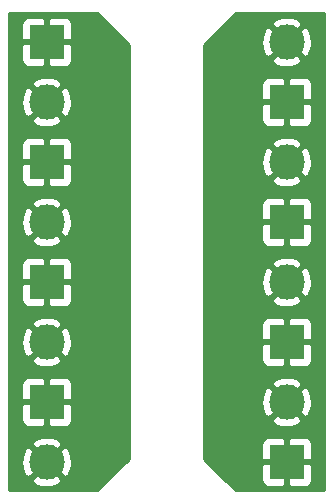
<source format=gbl>
G04 #@! TF.GenerationSoftware,KiCad,Pcbnew,6.0.9-8da3e8f707~116~ubuntu20.04.1*
G04 #@! TF.CreationDate,2023-04-19T17:37:20+00:00*
G04 #@! TF.ProjectId,LEC030001,4c454330-3330-4303-9031-2e6b69636164,rev?*
G04 #@! TF.SameCoordinates,Original*
G04 #@! TF.FileFunction,Copper,L2,Bot*
G04 #@! TF.FilePolarity,Positive*
%FSLAX46Y46*%
G04 Gerber Fmt 4.6, Leading zero omitted, Abs format (unit mm)*
G04 Created by KiCad (PCBNEW 6.0.9-8da3e8f707~116~ubuntu20.04.1) date 2023-04-19 17:37:20*
%MOMM*%
%LPD*%
G01*
G04 APERTURE LIST*
G04 #@! TA.AperFunction,ComponentPad*
%ADD10R,3.000000X3.000000*%
G04 #@! TD*
G04 #@! TA.AperFunction,ComponentPad*
%ADD11C,3.000000*%
G04 #@! TD*
G04 #@! TA.AperFunction,Conductor*
%ADD12C,0.254000*%
G04 #@! TD*
G04 APERTURE END LIST*
D10*
G04 #@! TO.P,J5,1*
G04 #@! TO.N,/blue*
X203200000Y-83820000D03*
D11*
G04 #@! TO.P,J5,2*
X203200000Y-78740000D03*
G04 #@! TD*
D10*
G04 #@! TO.P,J6,1*
G04 #@! TO.N,/blue*
X203200000Y-63500000D03*
D11*
G04 #@! TO.P,J6,2*
X203200000Y-58420000D03*
G04 #@! TD*
D10*
G04 #@! TO.P,J7,1*
G04 #@! TO.N,/blue*
X203200000Y-93980000D03*
D11*
G04 #@! TO.P,J7,2*
X203200000Y-88900000D03*
G04 #@! TD*
D10*
G04 #@! TO.P,J8,1*
G04 #@! TO.N,/blue*
X203200000Y-73660000D03*
D11*
G04 #@! TO.P,J8,2*
X203200000Y-68580000D03*
G04 #@! TD*
D10*
G04 #@! TO.P,J2,1*
G04 #@! TO.N,/green*
X182880000Y-78740000D03*
D11*
G04 #@! TO.P,J2,2*
X182880000Y-83820000D03*
G04 #@! TD*
D10*
G04 #@! TO.P,J1,1*
G04 #@! TO.N,/green*
X182880000Y-68580000D03*
D11*
G04 #@! TO.P,J1,2*
X182880000Y-73660000D03*
G04 #@! TD*
D10*
G04 #@! TO.P,J4,1*
G04 #@! TO.N,/green*
X182880000Y-88900000D03*
D11*
G04 #@! TO.P,J4,2*
X182880000Y-93980000D03*
G04 #@! TD*
D10*
G04 #@! TO.P,J3,1*
G04 #@! TO.N,/green*
X182880000Y-58420000D03*
D11*
G04 #@! TO.P,J3,2*
X182880000Y-63500000D03*
G04 #@! TD*
G04 #@! TO.N,/blue*
D12*
X206350001Y-96393000D02*
X198926381Y-96393000D01*
X198013381Y-95480000D01*
X201061928Y-95480000D01*
X201074188Y-95604482D01*
X201110498Y-95724180D01*
X201169463Y-95834494D01*
X201248815Y-95931185D01*
X201345506Y-96010537D01*
X201455820Y-96069502D01*
X201575518Y-96105812D01*
X201700000Y-96118072D01*
X202914250Y-96115000D01*
X203073000Y-95956250D01*
X203073000Y-94107000D01*
X203327000Y-94107000D01*
X203327000Y-95956250D01*
X203485750Y-96115000D01*
X204700000Y-96118072D01*
X204824482Y-96105812D01*
X204944180Y-96069502D01*
X205054494Y-96010537D01*
X205151185Y-95931185D01*
X205230537Y-95834494D01*
X205289502Y-95724180D01*
X205325812Y-95604482D01*
X205338072Y-95480000D01*
X205335000Y-94265750D01*
X205176250Y-94107000D01*
X203327000Y-94107000D01*
X203073000Y-94107000D01*
X201223750Y-94107000D01*
X201065000Y-94265750D01*
X201061928Y-95480000D01*
X198013381Y-95480000D01*
X196240000Y-93706620D01*
X196240000Y-92480000D01*
X201061928Y-92480000D01*
X201065000Y-93694250D01*
X201223750Y-93853000D01*
X203073000Y-93853000D01*
X203073000Y-92003750D01*
X203327000Y-92003750D01*
X203327000Y-93853000D01*
X205176250Y-93853000D01*
X205335000Y-93694250D01*
X205338072Y-92480000D01*
X205325812Y-92355518D01*
X205289502Y-92235820D01*
X205230537Y-92125506D01*
X205151185Y-92028815D01*
X205054494Y-91949463D01*
X204944180Y-91890498D01*
X204824482Y-91854188D01*
X204700000Y-91841928D01*
X203485750Y-91845000D01*
X203327000Y-92003750D01*
X203073000Y-92003750D01*
X202914250Y-91845000D01*
X201700000Y-91841928D01*
X201575518Y-91854188D01*
X201455820Y-91890498D01*
X201345506Y-91949463D01*
X201248815Y-92028815D01*
X201169463Y-92125506D01*
X201110498Y-92235820D01*
X201074188Y-92355518D01*
X201061928Y-92480000D01*
X196240000Y-92480000D01*
X196240000Y-90391653D01*
X201887952Y-90391653D01*
X202043962Y-90707214D01*
X202418745Y-90898020D01*
X202823551Y-91012044D01*
X203242824Y-91044902D01*
X203660451Y-90995334D01*
X204060383Y-90865243D01*
X204356038Y-90707214D01*
X204512048Y-90391653D01*
X203200000Y-89079605D01*
X201887952Y-90391653D01*
X196240000Y-90391653D01*
X196240000Y-88942824D01*
X201055098Y-88942824D01*
X201104666Y-89360451D01*
X201234757Y-89760383D01*
X201392786Y-90056038D01*
X201708347Y-90212048D01*
X203020395Y-88900000D01*
X203379605Y-88900000D01*
X204691653Y-90212048D01*
X205007214Y-90056038D01*
X205198020Y-89681255D01*
X205312044Y-89276449D01*
X205344902Y-88857176D01*
X205295334Y-88439549D01*
X205165243Y-88039617D01*
X205007214Y-87743962D01*
X204691653Y-87587952D01*
X203379605Y-88900000D01*
X203020395Y-88900000D01*
X201708347Y-87587952D01*
X201392786Y-87743962D01*
X201201980Y-88118745D01*
X201087956Y-88523551D01*
X201055098Y-88942824D01*
X196240000Y-88942824D01*
X196240000Y-87408347D01*
X201887952Y-87408347D01*
X203200000Y-88720395D01*
X204512048Y-87408347D01*
X204356038Y-87092786D01*
X203981255Y-86901980D01*
X203576449Y-86787956D01*
X203157176Y-86755098D01*
X202739549Y-86804666D01*
X202339617Y-86934757D01*
X202043962Y-87092786D01*
X201887952Y-87408347D01*
X196240000Y-87408347D01*
X196240000Y-85320000D01*
X201061928Y-85320000D01*
X201074188Y-85444482D01*
X201110498Y-85564180D01*
X201169463Y-85674494D01*
X201248815Y-85771185D01*
X201345506Y-85850537D01*
X201455820Y-85909502D01*
X201575518Y-85945812D01*
X201700000Y-85958072D01*
X202914250Y-85955000D01*
X203073000Y-85796250D01*
X203073000Y-83947000D01*
X203327000Y-83947000D01*
X203327000Y-85796250D01*
X203485750Y-85955000D01*
X204700000Y-85958072D01*
X204824482Y-85945812D01*
X204944180Y-85909502D01*
X205054494Y-85850537D01*
X205151185Y-85771185D01*
X205230537Y-85674494D01*
X205289502Y-85564180D01*
X205325812Y-85444482D01*
X205338072Y-85320000D01*
X205335000Y-84105750D01*
X205176250Y-83947000D01*
X203327000Y-83947000D01*
X203073000Y-83947000D01*
X201223750Y-83947000D01*
X201065000Y-84105750D01*
X201061928Y-85320000D01*
X196240000Y-85320000D01*
X196240000Y-82320000D01*
X201061928Y-82320000D01*
X201065000Y-83534250D01*
X201223750Y-83693000D01*
X203073000Y-83693000D01*
X203073000Y-81843750D01*
X203327000Y-81843750D01*
X203327000Y-83693000D01*
X205176250Y-83693000D01*
X205335000Y-83534250D01*
X205338072Y-82320000D01*
X205325812Y-82195518D01*
X205289502Y-82075820D01*
X205230537Y-81965506D01*
X205151185Y-81868815D01*
X205054494Y-81789463D01*
X204944180Y-81730498D01*
X204824482Y-81694188D01*
X204700000Y-81681928D01*
X203485750Y-81685000D01*
X203327000Y-81843750D01*
X203073000Y-81843750D01*
X202914250Y-81685000D01*
X201700000Y-81681928D01*
X201575518Y-81694188D01*
X201455820Y-81730498D01*
X201345506Y-81789463D01*
X201248815Y-81868815D01*
X201169463Y-81965506D01*
X201110498Y-82075820D01*
X201074188Y-82195518D01*
X201061928Y-82320000D01*
X196240000Y-82320000D01*
X196240000Y-80231653D01*
X201887952Y-80231653D01*
X202043962Y-80547214D01*
X202418745Y-80738020D01*
X202823551Y-80852044D01*
X203242824Y-80884902D01*
X203660451Y-80835334D01*
X204060383Y-80705243D01*
X204356038Y-80547214D01*
X204512048Y-80231653D01*
X203200000Y-78919605D01*
X201887952Y-80231653D01*
X196240000Y-80231653D01*
X196240000Y-78782824D01*
X201055098Y-78782824D01*
X201104666Y-79200451D01*
X201234757Y-79600383D01*
X201392786Y-79896038D01*
X201708347Y-80052048D01*
X203020395Y-78740000D01*
X203379605Y-78740000D01*
X204691653Y-80052048D01*
X205007214Y-79896038D01*
X205198020Y-79521255D01*
X205312044Y-79116449D01*
X205344902Y-78697176D01*
X205295334Y-78279549D01*
X205165243Y-77879617D01*
X205007214Y-77583962D01*
X204691653Y-77427952D01*
X203379605Y-78740000D01*
X203020395Y-78740000D01*
X201708347Y-77427952D01*
X201392786Y-77583962D01*
X201201980Y-77958745D01*
X201087956Y-78363551D01*
X201055098Y-78782824D01*
X196240000Y-78782824D01*
X196240000Y-77248347D01*
X201887952Y-77248347D01*
X203200000Y-78560395D01*
X204512048Y-77248347D01*
X204356038Y-76932786D01*
X203981255Y-76741980D01*
X203576449Y-76627956D01*
X203157176Y-76595098D01*
X202739549Y-76644666D01*
X202339617Y-76774757D01*
X202043962Y-76932786D01*
X201887952Y-77248347D01*
X196240000Y-77248347D01*
X196240000Y-75160000D01*
X201061928Y-75160000D01*
X201074188Y-75284482D01*
X201110498Y-75404180D01*
X201169463Y-75514494D01*
X201248815Y-75611185D01*
X201345506Y-75690537D01*
X201455820Y-75749502D01*
X201575518Y-75785812D01*
X201700000Y-75798072D01*
X202914250Y-75795000D01*
X203073000Y-75636250D01*
X203073000Y-73787000D01*
X203327000Y-73787000D01*
X203327000Y-75636250D01*
X203485750Y-75795000D01*
X204700000Y-75798072D01*
X204824482Y-75785812D01*
X204944180Y-75749502D01*
X205054494Y-75690537D01*
X205151185Y-75611185D01*
X205230537Y-75514494D01*
X205289502Y-75404180D01*
X205325812Y-75284482D01*
X205338072Y-75160000D01*
X205335000Y-73945750D01*
X205176250Y-73787000D01*
X203327000Y-73787000D01*
X203073000Y-73787000D01*
X201223750Y-73787000D01*
X201065000Y-73945750D01*
X201061928Y-75160000D01*
X196240000Y-75160000D01*
X196240000Y-72160000D01*
X201061928Y-72160000D01*
X201065000Y-73374250D01*
X201223750Y-73533000D01*
X203073000Y-73533000D01*
X203073000Y-71683750D01*
X203327000Y-71683750D01*
X203327000Y-73533000D01*
X205176250Y-73533000D01*
X205335000Y-73374250D01*
X205338072Y-72160000D01*
X205325812Y-72035518D01*
X205289502Y-71915820D01*
X205230537Y-71805506D01*
X205151185Y-71708815D01*
X205054494Y-71629463D01*
X204944180Y-71570498D01*
X204824482Y-71534188D01*
X204700000Y-71521928D01*
X203485750Y-71525000D01*
X203327000Y-71683750D01*
X203073000Y-71683750D01*
X202914250Y-71525000D01*
X201700000Y-71521928D01*
X201575518Y-71534188D01*
X201455820Y-71570498D01*
X201345506Y-71629463D01*
X201248815Y-71708815D01*
X201169463Y-71805506D01*
X201110498Y-71915820D01*
X201074188Y-72035518D01*
X201061928Y-72160000D01*
X196240000Y-72160000D01*
X196240000Y-70071653D01*
X201887952Y-70071653D01*
X202043962Y-70387214D01*
X202418745Y-70578020D01*
X202823551Y-70692044D01*
X203242824Y-70724902D01*
X203660451Y-70675334D01*
X204060383Y-70545243D01*
X204356038Y-70387214D01*
X204512048Y-70071653D01*
X203200000Y-68759605D01*
X201887952Y-70071653D01*
X196240000Y-70071653D01*
X196240000Y-68622824D01*
X201055098Y-68622824D01*
X201104666Y-69040451D01*
X201234757Y-69440383D01*
X201392786Y-69736038D01*
X201708347Y-69892048D01*
X203020395Y-68580000D01*
X203379605Y-68580000D01*
X204691653Y-69892048D01*
X205007214Y-69736038D01*
X205198020Y-69361255D01*
X205312044Y-68956449D01*
X205344902Y-68537176D01*
X205295334Y-68119549D01*
X205165243Y-67719617D01*
X205007214Y-67423962D01*
X204691653Y-67267952D01*
X203379605Y-68580000D01*
X203020395Y-68580000D01*
X201708347Y-67267952D01*
X201392786Y-67423962D01*
X201201980Y-67798745D01*
X201087956Y-68203551D01*
X201055098Y-68622824D01*
X196240000Y-68622824D01*
X196240000Y-67088347D01*
X201887952Y-67088347D01*
X203200000Y-68400395D01*
X204512048Y-67088347D01*
X204356038Y-66772786D01*
X203981255Y-66581980D01*
X203576449Y-66467956D01*
X203157176Y-66435098D01*
X202739549Y-66484666D01*
X202339617Y-66614757D01*
X202043962Y-66772786D01*
X201887952Y-67088347D01*
X196240000Y-67088347D01*
X196240000Y-65000000D01*
X201061928Y-65000000D01*
X201074188Y-65124482D01*
X201110498Y-65244180D01*
X201169463Y-65354494D01*
X201248815Y-65451185D01*
X201345506Y-65530537D01*
X201455820Y-65589502D01*
X201575518Y-65625812D01*
X201700000Y-65638072D01*
X202914250Y-65635000D01*
X203073000Y-65476250D01*
X203073000Y-63627000D01*
X203327000Y-63627000D01*
X203327000Y-65476250D01*
X203485750Y-65635000D01*
X204700000Y-65638072D01*
X204824482Y-65625812D01*
X204944180Y-65589502D01*
X205054494Y-65530537D01*
X205151185Y-65451185D01*
X205230537Y-65354494D01*
X205289502Y-65244180D01*
X205325812Y-65124482D01*
X205338072Y-65000000D01*
X205335000Y-63785750D01*
X205176250Y-63627000D01*
X203327000Y-63627000D01*
X203073000Y-63627000D01*
X201223750Y-63627000D01*
X201065000Y-63785750D01*
X201061928Y-65000000D01*
X196240000Y-65000000D01*
X196240000Y-62000000D01*
X201061928Y-62000000D01*
X201065000Y-63214250D01*
X201223750Y-63373000D01*
X203073000Y-63373000D01*
X203073000Y-61523750D01*
X203327000Y-61523750D01*
X203327000Y-63373000D01*
X205176250Y-63373000D01*
X205335000Y-63214250D01*
X205338072Y-62000000D01*
X205325812Y-61875518D01*
X205289502Y-61755820D01*
X205230537Y-61645506D01*
X205151185Y-61548815D01*
X205054494Y-61469463D01*
X204944180Y-61410498D01*
X204824482Y-61374188D01*
X204700000Y-61361928D01*
X203485750Y-61365000D01*
X203327000Y-61523750D01*
X203073000Y-61523750D01*
X202914250Y-61365000D01*
X201700000Y-61361928D01*
X201575518Y-61374188D01*
X201455820Y-61410498D01*
X201345506Y-61469463D01*
X201248815Y-61548815D01*
X201169463Y-61645506D01*
X201110498Y-61755820D01*
X201074188Y-61875518D01*
X201061928Y-62000000D01*
X196240000Y-62000000D01*
X196240000Y-59911653D01*
X201887952Y-59911653D01*
X202043962Y-60227214D01*
X202418745Y-60418020D01*
X202823551Y-60532044D01*
X203242824Y-60564902D01*
X203660451Y-60515334D01*
X204060383Y-60385243D01*
X204356038Y-60227214D01*
X204512048Y-59911653D01*
X203200000Y-58599605D01*
X201887952Y-59911653D01*
X196240000Y-59911653D01*
X196240000Y-58693380D01*
X196470556Y-58462824D01*
X201055098Y-58462824D01*
X201104666Y-58880451D01*
X201234757Y-59280383D01*
X201392786Y-59576038D01*
X201708347Y-59732048D01*
X203020395Y-58420000D01*
X203379605Y-58420000D01*
X204691653Y-59732048D01*
X205007214Y-59576038D01*
X205198020Y-59201255D01*
X205312044Y-58796449D01*
X205344902Y-58377176D01*
X205295334Y-57959549D01*
X205165243Y-57559617D01*
X205007214Y-57263962D01*
X204691653Y-57107952D01*
X203379605Y-58420000D01*
X203020395Y-58420000D01*
X201708347Y-57107952D01*
X201392786Y-57263962D01*
X201201980Y-57638745D01*
X201087956Y-58043551D01*
X201055098Y-58462824D01*
X196470556Y-58462824D01*
X198005033Y-56928347D01*
X201887952Y-56928347D01*
X203200000Y-58240395D01*
X204512048Y-56928347D01*
X204356038Y-56612786D01*
X203981255Y-56421980D01*
X203576449Y-56307956D01*
X203157176Y-56275098D01*
X202739549Y-56324666D01*
X202339617Y-56454757D01*
X202043962Y-56612786D01*
X201887952Y-56928347D01*
X198005033Y-56928347D01*
X198926381Y-56007000D01*
X206350000Y-56007000D01*
X206350001Y-96393000D01*
X206350001Y-96393000D02*
X206350000Y-56007000D01*
G04 #@! TA.AperFunction,Conductor*
G36*
X206350001Y-96393000D02*
G01*
X198926381Y-96393000D01*
X198013381Y-95480000D01*
X201061928Y-95480000D01*
X201074188Y-95604482D01*
X201110498Y-95724180D01*
X201169463Y-95834494D01*
X201248815Y-95931185D01*
X201345506Y-96010537D01*
X201455820Y-96069502D01*
X201575518Y-96105812D01*
X201700000Y-96118072D01*
X202914250Y-96115000D01*
X203073000Y-95956250D01*
X203073000Y-94107000D01*
X203327000Y-94107000D01*
X203327000Y-95956250D01*
X203485750Y-96115000D01*
X204700000Y-96118072D01*
X204824482Y-96105812D01*
X204944180Y-96069502D01*
X205054494Y-96010537D01*
X205151185Y-95931185D01*
X205230537Y-95834494D01*
X205289502Y-95724180D01*
X205325812Y-95604482D01*
X205338072Y-95480000D01*
X205335000Y-94265750D01*
X205176250Y-94107000D01*
X203327000Y-94107000D01*
X203073000Y-94107000D01*
X201223750Y-94107000D01*
X201065000Y-94265750D01*
X201061928Y-95480000D01*
X198013381Y-95480000D01*
X196240000Y-93706620D01*
X196240000Y-92480000D01*
X201061928Y-92480000D01*
X201065000Y-93694250D01*
X201223750Y-93853000D01*
X203073000Y-93853000D01*
X203073000Y-92003750D01*
X203327000Y-92003750D01*
X203327000Y-93853000D01*
X205176250Y-93853000D01*
X205335000Y-93694250D01*
X205338072Y-92480000D01*
X205325812Y-92355518D01*
X205289502Y-92235820D01*
X205230537Y-92125506D01*
X205151185Y-92028815D01*
X205054494Y-91949463D01*
X204944180Y-91890498D01*
X204824482Y-91854188D01*
X204700000Y-91841928D01*
X203485750Y-91845000D01*
X203327000Y-92003750D01*
X203073000Y-92003750D01*
X202914250Y-91845000D01*
X201700000Y-91841928D01*
X201575518Y-91854188D01*
X201455820Y-91890498D01*
X201345506Y-91949463D01*
X201248815Y-92028815D01*
X201169463Y-92125506D01*
X201110498Y-92235820D01*
X201074188Y-92355518D01*
X201061928Y-92480000D01*
X196240000Y-92480000D01*
X196240000Y-90391653D01*
X201887952Y-90391653D01*
X202043962Y-90707214D01*
X202418745Y-90898020D01*
X202823551Y-91012044D01*
X203242824Y-91044902D01*
X203660451Y-90995334D01*
X204060383Y-90865243D01*
X204356038Y-90707214D01*
X204512048Y-90391653D01*
X203200000Y-89079605D01*
X201887952Y-90391653D01*
X196240000Y-90391653D01*
X196240000Y-88942824D01*
X201055098Y-88942824D01*
X201104666Y-89360451D01*
X201234757Y-89760383D01*
X201392786Y-90056038D01*
X201708347Y-90212048D01*
X203020395Y-88900000D01*
X203379605Y-88900000D01*
X204691653Y-90212048D01*
X205007214Y-90056038D01*
X205198020Y-89681255D01*
X205312044Y-89276449D01*
X205344902Y-88857176D01*
X205295334Y-88439549D01*
X205165243Y-88039617D01*
X205007214Y-87743962D01*
X204691653Y-87587952D01*
X203379605Y-88900000D01*
X203020395Y-88900000D01*
X201708347Y-87587952D01*
X201392786Y-87743962D01*
X201201980Y-88118745D01*
X201087956Y-88523551D01*
X201055098Y-88942824D01*
X196240000Y-88942824D01*
X196240000Y-87408347D01*
X201887952Y-87408347D01*
X203200000Y-88720395D01*
X204512048Y-87408347D01*
X204356038Y-87092786D01*
X203981255Y-86901980D01*
X203576449Y-86787956D01*
X203157176Y-86755098D01*
X202739549Y-86804666D01*
X202339617Y-86934757D01*
X202043962Y-87092786D01*
X201887952Y-87408347D01*
X196240000Y-87408347D01*
X196240000Y-85320000D01*
X201061928Y-85320000D01*
X201074188Y-85444482D01*
X201110498Y-85564180D01*
X201169463Y-85674494D01*
X201248815Y-85771185D01*
X201345506Y-85850537D01*
X201455820Y-85909502D01*
X201575518Y-85945812D01*
X201700000Y-85958072D01*
X202914250Y-85955000D01*
X203073000Y-85796250D01*
X203073000Y-83947000D01*
X203327000Y-83947000D01*
X203327000Y-85796250D01*
X203485750Y-85955000D01*
X204700000Y-85958072D01*
X204824482Y-85945812D01*
X204944180Y-85909502D01*
X205054494Y-85850537D01*
X205151185Y-85771185D01*
X205230537Y-85674494D01*
X205289502Y-85564180D01*
X205325812Y-85444482D01*
X205338072Y-85320000D01*
X205335000Y-84105750D01*
X205176250Y-83947000D01*
X203327000Y-83947000D01*
X203073000Y-83947000D01*
X201223750Y-83947000D01*
X201065000Y-84105750D01*
X201061928Y-85320000D01*
X196240000Y-85320000D01*
X196240000Y-82320000D01*
X201061928Y-82320000D01*
X201065000Y-83534250D01*
X201223750Y-83693000D01*
X203073000Y-83693000D01*
X203073000Y-81843750D01*
X203327000Y-81843750D01*
X203327000Y-83693000D01*
X205176250Y-83693000D01*
X205335000Y-83534250D01*
X205338072Y-82320000D01*
X205325812Y-82195518D01*
X205289502Y-82075820D01*
X205230537Y-81965506D01*
X205151185Y-81868815D01*
X205054494Y-81789463D01*
X204944180Y-81730498D01*
X204824482Y-81694188D01*
X204700000Y-81681928D01*
X203485750Y-81685000D01*
X203327000Y-81843750D01*
X203073000Y-81843750D01*
X202914250Y-81685000D01*
X201700000Y-81681928D01*
X201575518Y-81694188D01*
X201455820Y-81730498D01*
X201345506Y-81789463D01*
X201248815Y-81868815D01*
X201169463Y-81965506D01*
X201110498Y-82075820D01*
X201074188Y-82195518D01*
X201061928Y-82320000D01*
X196240000Y-82320000D01*
X196240000Y-80231653D01*
X201887952Y-80231653D01*
X202043962Y-80547214D01*
X202418745Y-80738020D01*
X202823551Y-80852044D01*
X203242824Y-80884902D01*
X203660451Y-80835334D01*
X204060383Y-80705243D01*
X204356038Y-80547214D01*
X204512048Y-80231653D01*
X203200000Y-78919605D01*
X201887952Y-80231653D01*
X196240000Y-80231653D01*
X196240000Y-78782824D01*
X201055098Y-78782824D01*
X201104666Y-79200451D01*
X201234757Y-79600383D01*
X201392786Y-79896038D01*
X201708347Y-80052048D01*
X203020395Y-78740000D01*
X203379605Y-78740000D01*
X204691653Y-80052048D01*
X205007214Y-79896038D01*
X205198020Y-79521255D01*
X205312044Y-79116449D01*
X205344902Y-78697176D01*
X205295334Y-78279549D01*
X205165243Y-77879617D01*
X205007214Y-77583962D01*
X204691653Y-77427952D01*
X203379605Y-78740000D01*
X203020395Y-78740000D01*
X201708347Y-77427952D01*
X201392786Y-77583962D01*
X201201980Y-77958745D01*
X201087956Y-78363551D01*
X201055098Y-78782824D01*
X196240000Y-78782824D01*
X196240000Y-77248347D01*
X201887952Y-77248347D01*
X203200000Y-78560395D01*
X204512048Y-77248347D01*
X204356038Y-76932786D01*
X203981255Y-76741980D01*
X203576449Y-76627956D01*
X203157176Y-76595098D01*
X202739549Y-76644666D01*
X202339617Y-76774757D01*
X202043962Y-76932786D01*
X201887952Y-77248347D01*
X196240000Y-77248347D01*
X196240000Y-75160000D01*
X201061928Y-75160000D01*
X201074188Y-75284482D01*
X201110498Y-75404180D01*
X201169463Y-75514494D01*
X201248815Y-75611185D01*
X201345506Y-75690537D01*
X201455820Y-75749502D01*
X201575518Y-75785812D01*
X201700000Y-75798072D01*
X202914250Y-75795000D01*
X203073000Y-75636250D01*
X203073000Y-73787000D01*
X203327000Y-73787000D01*
X203327000Y-75636250D01*
X203485750Y-75795000D01*
X204700000Y-75798072D01*
X204824482Y-75785812D01*
X204944180Y-75749502D01*
X205054494Y-75690537D01*
X205151185Y-75611185D01*
X205230537Y-75514494D01*
X205289502Y-75404180D01*
X205325812Y-75284482D01*
X205338072Y-75160000D01*
X205335000Y-73945750D01*
X205176250Y-73787000D01*
X203327000Y-73787000D01*
X203073000Y-73787000D01*
X201223750Y-73787000D01*
X201065000Y-73945750D01*
X201061928Y-75160000D01*
X196240000Y-75160000D01*
X196240000Y-72160000D01*
X201061928Y-72160000D01*
X201065000Y-73374250D01*
X201223750Y-73533000D01*
X203073000Y-73533000D01*
X203073000Y-71683750D01*
X203327000Y-71683750D01*
X203327000Y-73533000D01*
X205176250Y-73533000D01*
X205335000Y-73374250D01*
X205338072Y-72160000D01*
X205325812Y-72035518D01*
X205289502Y-71915820D01*
X205230537Y-71805506D01*
X205151185Y-71708815D01*
X205054494Y-71629463D01*
X204944180Y-71570498D01*
X204824482Y-71534188D01*
X204700000Y-71521928D01*
X203485750Y-71525000D01*
X203327000Y-71683750D01*
X203073000Y-71683750D01*
X202914250Y-71525000D01*
X201700000Y-71521928D01*
X201575518Y-71534188D01*
X201455820Y-71570498D01*
X201345506Y-71629463D01*
X201248815Y-71708815D01*
X201169463Y-71805506D01*
X201110498Y-71915820D01*
X201074188Y-72035518D01*
X201061928Y-72160000D01*
X196240000Y-72160000D01*
X196240000Y-70071653D01*
X201887952Y-70071653D01*
X202043962Y-70387214D01*
X202418745Y-70578020D01*
X202823551Y-70692044D01*
X203242824Y-70724902D01*
X203660451Y-70675334D01*
X204060383Y-70545243D01*
X204356038Y-70387214D01*
X204512048Y-70071653D01*
X203200000Y-68759605D01*
X201887952Y-70071653D01*
X196240000Y-70071653D01*
X196240000Y-68622824D01*
X201055098Y-68622824D01*
X201104666Y-69040451D01*
X201234757Y-69440383D01*
X201392786Y-69736038D01*
X201708347Y-69892048D01*
X203020395Y-68580000D01*
X203379605Y-68580000D01*
X204691653Y-69892048D01*
X205007214Y-69736038D01*
X205198020Y-69361255D01*
X205312044Y-68956449D01*
X205344902Y-68537176D01*
X205295334Y-68119549D01*
X205165243Y-67719617D01*
X205007214Y-67423962D01*
X204691653Y-67267952D01*
X203379605Y-68580000D01*
X203020395Y-68580000D01*
X201708347Y-67267952D01*
X201392786Y-67423962D01*
X201201980Y-67798745D01*
X201087956Y-68203551D01*
X201055098Y-68622824D01*
X196240000Y-68622824D01*
X196240000Y-67088347D01*
X201887952Y-67088347D01*
X203200000Y-68400395D01*
X204512048Y-67088347D01*
X204356038Y-66772786D01*
X203981255Y-66581980D01*
X203576449Y-66467956D01*
X203157176Y-66435098D01*
X202739549Y-66484666D01*
X202339617Y-66614757D01*
X202043962Y-66772786D01*
X201887952Y-67088347D01*
X196240000Y-67088347D01*
X196240000Y-65000000D01*
X201061928Y-65000000D01*
X201074188Y-65124482D01*
X201110498Y-65244180D01*
X201169463Y-65354494D01*
X201248815Y-65451185D01*
X201345506Y-65530537D01*
X201455820Y-65589502D01*
X201575518Y-65625812D01*
X201700000Y-65638072D01*
X202914250Y-65635000D01*
X203073000Y-65476250D01*
X203073000Y-63627000D01*
X203327000Y-63627000D01*
X203327000Y-65476250D01*
X203485750Y-65635000D01*
X204700000Y-65638072D01*
X204824482Y-65625812D01*
X204944180Y-65589502D01*
X205054494Y-65530537D01*
X205151185Y-65451185D01*
X205230537Y-65354494D01*
X205289502Y-65244180D01*
X205325812Y-65124482D01*
X205338072Y-65000000D01*
X205335000Y-63785750D01*
X205176250Y-63627000D01*
X203327000Y-63627000D01*
X203073000Y-63627000D01*
X201223750Y-63627000D01*
X201065000Y-63785750D01*
X201061928Y-65000000D01*
X196240000Y-65000000D01*
X196240000Y-62000000D01*
X201061928Y-62000000D01*
X201065000Y-63214250D01*
X201223750Y-63373000D01*
X203073000Y-63373000D01*
X203073000Y-61523750D01*
X203327000Y-61523750D01*
X203327000Y-63373000D01*
X205176250Y-63373000D01*
X205335000Y-63214250D01*
X205338072Y-62000000D01*
X205325812Y-61875518D01*
X205289502Y-61755820D01*
X205230537Y-61645506D01*
X205151185Y-61548815D01*
X205054494Y-61469463D01*
X204944180Y-61410498D01*
X204824482Y-61374188D01*
X204700000Y-61361928D01*
X203485750Y-61365000D01*
X203327000Y-61523750D01*
X203073000Y-61523750D01*
X202914250Y-61365000D01*
X201700000Y-61361928D01*
X201575518Y-61374188D01*
X201455820Y-61410498D01*
X201345506Y-61469463D01*
X201248815Y-61548815D01*
X201169463Y-61645506D01*
X201110498Y-61755820D01*
X201074188Y-61875518D01*
X201061928Y-62000000D01*
X196240000Y-62000000D01*
X196240000Y-59911653D01*
X201887952Y-59911653D01*
X202043962Y-60227214D01*
X202418745Y-60418020D01*
X202823551Y-60532044D01*
X203242824Y-60564902D01*
X203660451Y-60515334D01*
X204060383Y-60385243D01*
X204356038Y-60227214D01*
X204512048Y-59911653D01*
X203200000Y-58599605D01*
X201887952Y-59911653D01*
X196240000Y-59911653D01*
X196240000Y-58693380D01*
X196470556Y-58462824D01*
X201055098Y-58462824D01*
X201104666Y-58880451D01*
X201234757Y-59280383D01*
X201392786Y-59576038D01*
X201708347Y-59732048D01*
X203020395Y-58420000D01*
X203379605Y-58420000D01*
X204691653Y-59732048D01*
X205007214Y-59576038D01*
X205198020Y-59201255D01*
X205312044Y-58796449D01*
X205344902Y-58377176D01*
X205295334Y-57959549D01*
X205165243Y-57559617D01*
X205007214Y-57263962D01*
X204691653Y-57107952D01*
X203379605Y-58420000D01*
X203020395Y-58420000D01*
X201708347Y-57107952D01*
X201392786Y-57263962D01*
X201201980Y-57638745D01*
X201087956Y-58043551D01*
X201055098Y-58462824D01*
X196470556Y-58462824D01*
X198005033Y-56928347D01*
X201887952Y-56928347D01*
X203200000Y-58240395D01*
X204512048Y-56928347D01*
X204356038Y-56612786D01*
X203981255Y-56421980D01*
X203576449Y-56307956D01*
X203157176Y-56275098D01*
X202739549Y-56324666D01*
X202339617Y-56454757D01*
X202043962Y-56612786D01*
X201887952Y-56928347D01*
X198005033Y-56928347D01*
X198926381Y-56007000D01*
X206350000Y-56007000D01*
X206350001Y-96393000D01*
G37*
G04 #@! TD.AperFunction*
G04 #@! TD*
G04 #@! TO.N,/green*
X189840001Y-58693382D02*
X189840000Y-93706619D01*
X187153620Y-96393000D01*
X179730000Y-96393000D01*
X179730000Y-95471653D01*
X181567952Y-95471653D01*
X181723962Y-95787214D01*
X182098745Y-95978020D01*
X182503551Y-96092044D01*
X182922824Y-96124902D01*
X183340451Y-96075334D01*
X183740383Y-95945243D01*
X184036038Y-95787214D01*
X184192048Y-95471653D01*
X182880000Y-94159605D01*
X181567952Y-95471653D01*
X179730000Y-95471653D01*
X179730000Y-94022824D01*
X180735098Y-94022824D01*
X180784666Y-94440451D01*
X180914757Y-94840383D01*
X181072786Y-95136038D01*
X181388347Y-95292048D01*
X182700395Y-93980000D01*
X183059605Y-93980000D01*
X184371653Y-95292048D01*
X184687214Y-95136038D01*
X184878020Y-94761255D01*
X184992044Y-94356449D01*
X185024902Y-93937176D01*
X184975334Y-93519549D01*
X184845243Y-93119617D01*
X184687214Y-92823962D01*
X184371653Y-92667952D01*
X183059605Y-93980000D01*
X182700395Y-93980000D01*
X181388347Y-92667952D01*
X181072786Y-92823962D01*
X180881980Y-93198745D01*
X180767956Y-93603551D01*
X180735098Y-94022824D01*
X179730000Y-94022824D01*
X179730000Y-92488347D01*
X181567952Y-92488347D01*
X182880000Y-93800395D01*
X184192048Y-92488347D01*
X184036038Y-92172786D01*
X183661255Y-91981980D01*
X183256449Y-91867956D01*
X182837176Y-91835098D01*
X182419549Y-91884666D01*
X182019617Y-92014757D01*
X181723962Y-92172786D01*
X181567952Y-92488347D01*
X179730000Y-92488347D01*
X179730000Y-90400000D01*
X180741928Y-90400000D01*
X180754188Y-90524482D01*
X180790498Y-90644180D01*
X180849463Y-90754494D01*
X180928815Y-90851185D01*
X181025506Y-90930537D01*
X181135820Y-90989502D01*
X181255518Y-91025812D01*
X181380000Y-91038072D01*
X182594250Y-91035000D01*
X182753000Y-90876250D01*
X182753000Y-89027000D01*
X183007000Y-89027000D01*
X183007000Y-90876250D01*
X183165750Y-91035000D01*
X184380000Y-91038072D01*
X184504482Y-91025812D01*
X184624180Y-90989502D01*
X184734494Y-90930537D01*
X184831185Y-90851185D01*
X184910537Y-90754494D01*
X184969502Y-90644180D01*
X185005812Y-90524482D01*
X185018072Y-90400000D01*
X185015000Y-89185750D01*
X184856250Y-89027000D01*
X183007000Y-89027000D01*
X182753000Y-89027000D01*
X180903750Y-89027000D01*
X180745000Y-89185750D01*
X180741928Y-90400000D01*
X179730000Y-90400000D01*
X179730000Y-87400000D01*
X180741928Y-87400000D01*
X180745000Y-88614250D01*
X180903750Y-88773000D01*
X182753000Y-88773000D01*
X182753000Y-86923750D01*
X183007000Y-86923750D01*
X183007000Y-88773000D01*
X184856250Y-88773000D01*
X185015000Y-88614250D01*
X185018072Y-87400000D01*
X185005812Y-87275518D01*
X184969502Y-87155820D01*
X184910537Y-87045506D01*
X184831185Y-86948815D01*
X184734494Y-86869463D01*
X184624180Y-86810498D01*
X184504482Y-86774188D01*
X184380000Y-86761928D01*
X183165750Y-86765000D01*
X183007000Y-86923750D01*
X182753000Y-86923750D01*
X182594250Y-86765000D01*
X181380000Y-86761928D01*
X181255518Y-86774188D01*
X181135820Y-86810498D01*
X181025506Y-86869463D01*
X180928815Y-86948815D01*
X180849463Y-87045506D01*
X180790498Y-87155820D01*
X180754188Y-87275518D01*
X180741928Y-87400000D01*
X179730000Y-87400000D01*
X179730000Y-85311653D01*
X181567952Y-85311653D01*
X181723962Y-85627214D01*
X182098745Y-85818020D01*
X182503551Y-85932044D01*
X182922824Y-85964902D01*
X183340451Y-85915334D01*
X183740383Y-85785243D01*
X184036038Y-85627214D01*
X184192048Y-85311653D01*
X182880000Y-83999605D01*
X181567952Y-85311653D01*
X179730000Y-85311653D01*
X179730000Y-83862824D01*
X180735098Y-83862824D01*
X180784666Y-84280451D01*
X180914757Y-84680383D01*
X181072786Y-84976038D01*
X181388347Y-85132048D01*
X182700395Y-83820000D01*
X183059605Y-83820000D01*
X184371653Y-85132048D01*
X184687214Y-84976038D01*
X184878020Y-84601255D01*
X184992044Y-84196449D01*
X185024902Y-83777176D01*
X184975334Y-83359549D01*
X184845243Y-82959617D01*
X184687214Y-82663962D01*
X184371653Y-82507952D01*
X183059605Y-83820000D01*
X182700395Y-83820000D01*
X181388347Y-82507952D01*
X181072786Y-82663962D01*
X180881980Y-83038745D01*
X180767956Y-83443551D01*
X180735098Y-83862824D01*
X179730000Y-83862824D01*
X179730000Y-82328347D01*
X181567952Y-82328347D01*
X182880000Y-83640395D01*
X184192048Y-82328347D01*
X184036038Y-82012786D01*
X183661255Y-81821980D01*
X183256449Y-81707956D01*
X182837176Y-81675098D01*
X182419549Y-81724666D01*
X182019617Y-81854757D01*
X181723962Y-82012786D01*
X181567952Y-82328347D01*
X179730000Y-82328347D01*
X179730000Y-80240000D01*
X180741928Y-80240000D01*
X180754188Y-80364482D01*
X180790498Y-80484180D01*
X180849463Y-80594494D01*
X180928815Y-80691185D01*
X181025506Y-80770537D01*
X181135820Y-80829502D01*
X181255518Y-80865812D01*
X181380000Y-80878072D01*
X182594250Y-80875000D01*
X182753000Y-80716250D01*
X182753000Y-78867000D01*
X183007000Y-78867000D01*
X183007000Y-80716250D01*
X183165750Y-80875000D01*
X184380000Y-80878072D01*
X184504482Y-80865812D01*
X184624180Y-80829502D01*
X184734494Y-80770537D01*
X184831185Y-80691185D01*
X184910537Y-80594494D01*
X184969502Y-80484180D01*
X185005812Y-80364482D01*
X185018072Y-80240000D01*
X185015000Y-79025750D01*
X184856250Y-78867000D01*
X183007000Y-78867000D01*
X182753000Y-78867000D01*
X180903750Y-78867000D01*
X180745000Y-79025750D01*
X180741928Y-80240000D01*
X179730000Y-80240000D01*
X179730000Y-77240000D01*
X180741928Y-77240000D01*
X180745000Y-78454250D01*
X180903750Y-78613000D01*
X182753000Y-78613000D01*
X182753000Y-76763750D01*
X183007000Y-76763750D01*
X183007000Y-78613000D01*
X184856250Y-78613000D01*
X185015000Y-78454250D01*
X185018072Y-77240000D01*
X185005812Y-77115518D01*
X184969502Y-76995820D01*
X184910537Y-76885506D01*
X184831185Y-76788815D01*
X184734494Y-76709463D01*
X184624180Y-76650498D01*
X184504482Y-76614188D01*
X184380000Y-76601928D01*
X183165750Y-76605000D01*
X183007000Y-76763750D01*
X182753000Y-76763750D01*
X182594250Y-76605000D01*
X181380000Y-76601928D01*
X181255518Y-76614188D01*
X181135820Y-76650498D01*
X181025506Y-76709463D01*
X180928815Y-76788815D01*
X180849463Y-76885506D01*
X180790498Y-76995820D01*
X180754188Y-77115518D01*
X180741928Y-77240000D01*
X179730000Y-77240000D01*
X179730000Y-75151653D01*
X181567952Y-75151653D01*
X181723962Y-75467214D01*
X182098745Y-75658020D01*
X182503551Y-75772044D01*
X182922824Y-75804902D01*
X183340451Y-75755334D01*
X183740383Y-75625243D01*
X184036038Y-75467214D01*
X184192048Y-75151653D01*
X182880000Y-73839605D01*
X181567952Y-75151653D01*
X179730000Y-75151653D01*
X179730000Y-73702824D01*
X180735098Y-73702824D01*
X180784666Y-74120451D01*
X180914757Y-74520383D01*
X181072786Y-74816038D01*
X181388347Y-74972048D01*
X182700395Y-73660000D01*
X183059605Y-73660000D01*
X184371653Y-74972048D01*
X184687214Y-74816038D01*
X184878020Y-74441255D01*
X184992044Y-74036449D01*
X185024902Y-73617176D01*
X184975334Y-73199549D01*
X184845243Y-72799617D01*
X184687214Y-72503962D01*
X184371653Y-72347952D01*
X183059605Y-73660000D01*
X182700395Y-73660000D01*
X181388347Y-72347952D01*
X181072786Y-72503962D01*
X180881980Y-72878745D01*
X180767956Y-73283551D01*
X180735098Y-73702824D01*
X179730000Y-73702824D01*
X179730000Y-72168347D01*
X181567952Y-72168347D01*
X182880000Y-73480395D01*
X184192048Y-72168347D01*
X184036038Y-71852786D01*
X183661255Y-71661980D01*
X183256449Y-71547956D01*
X182837176Y-71515098D01*
X182419549Y-71564666D01*
X182019617Y-71694757D01*
X181723962Y-71852786D01*
X181567952Y-72168347D01*
X179730000Y-72168347D01*
X179730000Y-70080000D01*
X180741928Y-70080000D01*
X180754188Y-70204482D01*
X180790498Y-70324180D01*
X180849463Y-70434494D01*
X180928815Y-70531185D01*
X181025506Y-70610537D01*
X181135820Y-70669502D01*
X181255518Y-70705812D01*
X181380000Y-70718072D01*
X182594250Y-70715000D01*
X182753000Y-70556250D01*
X182753000Y-68707000D01*
X183007000Y-68707000D01*
X183007000Y-70556250D01*
X183165750Y-70715000D01*
X184380000Y-70718072D01*
X184504482Y-70705812D01*
X184624180Y-70669502D01*
X184734494Y-70610537D01*
X184831185Y-70531185D01*
X184910537Y-70434494D01*
X184969502Y-70324180D01*
X185005812Y-70204482D01*
X185018072Y-70080000D01*
X185015000Y-68865750D01*
X184856250Y-68707000D01*
X183007000Y-68707000D01*
X182753000Y-68707000D01*
X180903750Y-68707000D01*
X180745000Y-68865750D01*
X180741928Y-70080000D01*
X179730000Y-70080000D01*
X179730000Y-67080000D01*
X180741928Y-67080000D01*
X180745000Y-68294250D01*
X180903750Y-68453000D01*
X182753000Y-68453000D01*
X182753000Y-66603750D01*
X183007000Y-66603750D01*
X183007000Y-68453000D01*
X184856250Y-68453000D01*
X185015000Y-68294250D01*
X185018072Y-67080000D01*
X185005812Y-66955518D01*
X184969502Y-66835820D01*
X184910537Y-66725506D01*
X184831185Y-66628815D01*
X184734494Y-66549463D01*
X184624180Y-66490498D01*
X184504482Y-66454188D01*
X184380000Y-66441928D01*
X183165750Y-66445000D01*
X183007000Y-66603750D01*
X182753000Y-66603750D01*
X182594250Y-66445000D01*
X181380000Y-66441928D01*
X181255518Y-66454188D01*
X181135820Y-66490498D01*
X181025506Y-66549463D01*
X180928815Y-66628815D01*
X180849463Y-66725506D01*
X180790498Y-66835820D01*
X180754188Y-66955518D01*
X180741928Y-67080000D01*
X179730000Y-67080000D01*
X179730000Y-64991653D01*
X181567952Y-64991653D01*
X181723962Y-65307214D01*
X182098745Y-65498020D01*
X182503551Y-65612044D01*
X182922824Y-65644902D01*
X183340451Y-65595334D01*
X183740383Y-65465243D01*
X184036038Y-65307214D01*
X184192048Y-64991653D01*
X182880000Y-63679605D01*
X181567952Y-64991653D01*
X179730000Y-64991653D01*
X179730000Y-63542824D01*
X180735098Y-63542824D01*
X180784666Y-63960451D01*
X180914757Y-64360383D01*
X181072786Y-64656038D01*
X181388347Y-64812048D01*
X182700395Y-63500000D01*
X183059605Y-63500000D01*
X184371653Y-64812048D01*
X184687214Y-64656038D01*
X184878020Y-64281255D01*
X184992044Y-63876449D01*
X185024902Y-63457176D01*
X184975334Y-63039549D01*
X184845243Y-62639617D01*
X184687214Y-62343962D01*
X184371653Y-62187952D01*
X183059605Y-63500000D01*
X182700395Y-63500000D01*
X181388347Y-62187952D01*
X181072786Y-62343962D01*
X180881980Y-62718745D01*
X180767956Y-63123551D01*
X180735098Y-63542824D01*
X179730000Y-63542824D01*
X179730000Y-62008347D01*
X181567952Y-62008347D01*
X182880000Y-63320395D01*
X184192048Y-62008347D01*
X184036038Y-61692786D01*
X183661255Y-61501980D01*
X183256449Y-61387956D01*
X182837176Y-61355098D01*
X182419549Y-61404666D01*
X182019617Y-61534757D01*
X181723962Y-61692786D01*
X181567952Y-62008347D01*
X179730000Y-62008347D01*
X179730000Y-59920000D01*
X180741928Y-59920000D01*
X180754188Y-60044482D01*
X180790498Y-60164180D01*
X180849463Y-60274494D01*
X180928815Y-60371185D01*
X181025506Y-60450537D01*
X181135820Y-60509502D01*
X181255518Y-60545812D01*
X181380000Y-60558072D01*
X182594250Y-60555000D01*
X182753000Y-60396250D01*
X182753000Y-58547000D01*
X183007000Y-58547000D01*
X183007000Y-60396250D01*
X183165750Y-60555000D01*
X184380000Y-60558072D01*
X184504482Y-60545812D01*
X184624180Y-60509502D01*
X184734494Y-60450537D01*
X184831185Y-60371185D01*
X184910537Y-60274494D01*
X184969502Y-60164180D01*
X185005812Y-60044482D01*
X185018072Y-59920000D01*
X185015000Y-58705750D01*
X184856250Y-58547000D01*
X183007000Y-58547000D01*
X182753000Y-58547000D01*
X180903750Y-58547000D01*
X180745000Y-58705750D01*
X180741928Y-59920000D01*
X179730000Y-59920000D01*
X179730000Y-56920000D01*
X180741928Y-56920000D01*
X180745000Y-58134250D01*
X180903750Y-58293000D01*
X182753000Y-58293000D01*
X182753000Y-56443750D01*
X183007000Y-56443750D01*
X183007000Y-58293000D01*
X184856250Y-58293000D01*
X185015000Y-58134250D01*
X185018072Y-56920000D01*
X185005812Y-56795518D01*
X184969502Y-56675820D01*
X184910537Y-56565506D01*
X184831185Y-56468815D01*
X184734494Y-56389463D01*
X184624180Y-56330498D01*
X184504482Y-56294188D01*
X184380000Y-56281928D01*
X183165750Y-56285000D01*
X183007000Y-56443750D01*
X182753000Y-56443750D01*
X182594250Y-56285000D01*
X181380000Y-56281928D01*
X181255518Y-56294188D01*
X181135820Y-56330498D01*
X181025506Y-56389463D01*
X180928815Y-56468815D01*
X180849463Y-56565506D01*
X180790498Y-56675820D01*
X180754188Y-56795518D01*
X180741928Y-56920000D01*
X179730000Y-56920000D01*
X179730000Y-56007000D01*
X187153620Y-56007000D01*
X189840001Y-58693382D01*
X189840001Y-58693382D02*
X187153620Y-56007000D01*
G04 #@! TA.AperFunction,Conductor*
G36*
X189840001Y-58693382D02*
G01*
X189840000Y-93706619D01*
X187153620Y-96393000D01*
X179730000Y-96393000D01*
X179730000Y-95471653D01*
X181567952Y-95471653D01*
X181723962Y-95787214D01*
X182098745Y-95978020D01*
X182503551Y-96092044D01*
X182922824Y-96124902D01*
X183340451Y-96075334D01*
X183740383Y-95945243D01*
X184036038Y-95787214D01*
X184192048Y-95471653D01*
X182880000Y-94159605D01*
X181567952Y-95471653D01*
X179730000Y-95471653D01*
X179730000Y-94022824D01*
X180735098Y-94022824D01*
X180784666Y-94440451D01*
X180914757Y-94840383D01*
X181072786Y-95136038D01*
X181388347Y-95292048D01*
X182700395Y-93980000D01*
X183059605Y-93980000D01*
X184371653Y-95292048D01*
X184687214Y-95136038D01*
X184878020Y-94761255D01*
X184992044Y-94356449D01*
X185024902Y-93937176D01*
X184975334Y-93519549D01*
X184845243Y-93119617D01*
X184687214Y-92823962D01*
X184371653Y-92667952D01*
X183059605Y-93980000D01*
X182700395Y-93980000D01*
X181388347Y-92667952D01*
X181072786Y-92823962D01*
X180881980Y-93198745D01*
X180767956Y-93603551D01*
X180735098Y-94022824D01*
X179730000Y-94022824D01*
X179730000Y-92488347D01*
X181567952Y-92488347D01*
X182880000Y-93800395D01*
X184192048Y-92488347D01*
X184036038Y-92172786D01*
X183661255Y-91981980D01*
X183256449Y-91867956D01*
X182837176Y-91835098D01*
X182419549Y-91884666D01*
X182019617Y-92014757D01*
X181723962Y-92172786D01*
X181567952Y-92488347D01*
X179730000Y-92488347D01*
X179730000Y-90400000D01*
X180741928Y-90400000D01*
X180754188Y-90524482D01*
X180790498Y-90644180D01*
X180849463Y-90754494D01*
X180928815Y-90851185D01*
X181025506Y-90930537D01*
X181135820Y-90989502D01*
X181255518Y-91025812D01*
X181380000Y-91038072D01*
X182594250Y-91035000D01*
X182753000Y-90876250D01*
X182753000Y-89027000D01*
X183007000Y-89027000D01*
X183007000Y-90876250D01*
X183165750Y-91035000D01*
X184380000Y-91038072D01*
X184504482Y-91025812D01*
X184624180Y-90989502D01*
X184734494Y-90930537D01*
X184831185Y-90851185D01*
X184910537Y-90754494D01*
X184969502Y-90644180D01*
X185005812Y-90524482D01*
X185018072Y-90400000D01*
X185015000Y-89185750D01*
X184856250Y-89027000D01*
X183007000Y-89027000D01*
X182753000Y-89027000D01*
X180903750Y-89027000D01*
X180745000Y-89185750D01*
X180741928Y-90400000D01*
X179730000Y-90400000D01*
X179730000Y-87400000D01*
X180741928Y-87400000D01*
X180745000Y-88614250D01*
X180903750Y-88773000D01*
X182753000Y-88773000D01*
X182753000Y-86923750D01*
X183007000Y-86923750D01*
X183007000Y-88773000D01*
X184856250Y-88773000D01*
X185015000Y-88614250D01*
X185018072Y-87400000D01*
X185005812Y-87275518D01*
X184969502Y-87155820D01*
X184910537Y-87045506D01*
X184831185Y-86948815D01*
X184734494Y-86869463D01*
X184624180Y-86810498D01*
X184504482Y-86774188D01*
X184380000Y-86761928D01*
X183165750Y-86765000D01*
X183007000Y-86923750D01*
X182753000Y-86923750D01*
X182594250Y-86765000D01*
X181380000Y-86761928D01*
X181255518Y-86774188D01*
X181135820Y-86810498D01*
X181025506Y-86869463D01*
X180928815Y-86948815D01*
X180849463Y-87045506D01*
X180790498Y-87155820D01*
X180754188Y-87275518D01*
X180741928Y-87400000D01*
X179730000Y-87400000D01*
X179730000Y-85311653D01*
X181567952Y-85311653D01*
X181723962Y-85627214D01*
X182098745Y-85818020D01*
X182503551Y-85932044D01*
X182922824Y-85964902D01*
X183340451Y-85915334D01*
X183740383Y-85785243D01*
X184036038Y-85627214D01*
X184192048Y-85311653D01*
X182880000Y-83999605D01*
X181567952Y-85311653D01*
X179730000Y-85311653D01*
X179730000Y-83862824D01*
X180735098Y-83862824D01*
X180784666Y-84280451D01*
X180914757Y-84680383D01*
X181072786Y-84976038D01*
X181388347Y-85132048D01*
X182700395Y-83820000D01*
X183059605Y-83820000D01*
X184371653Y-85132048D01*
X184687214Y-84976038D01*
X184878020Y-84601255D01*
X184992044Y-84196449D01*
X185024902Y-83777176D01*
X184975334Y-83359549D01*
X184845243Y-82959617D01*
X184687214Y-82663962D01*
X184371653Y-82507952D01*
X183059605Y-83820000D01*
X182700395Y-83820000D01*
X181388347Y-82507952D01*
X181072786Y-82663962D01*
X180881980Y-83038745D01*
X180767956Y-83443551D01*
X180735098Y-83862824D01*
X179730000Y-83862824D01*
X179730000Y-82328347D01*
X181567952Y-82328347D01*
X182880000Y-83640395D01*
X184192048Y-82328347D01*
X184036038Y-82012786D01*
X183661255Y-81821980D01*
X183256449Y-81707956D01*
X182837176Y-81675098D01*
X182419549Y-81724666D01*
X182019617Y-81854757D01*
X181723962Y-82012786D01*
X181567952Y-82328347D01*
X179730000Y-82328347D01*
X179730000Y-80240000D01*
X180741928Y-80240000D01*
X180754188Y-80364482D01*
X180790498Y-80484180D01*
X180849463Y-80594494D01*
X180928815Y-80691185D01*
X181025506Y-80770537D01*
X181135820Y-80829502D01*
X181255518Y-80865812D01*
X181380000Y-80878072D01*
X182594250Y-80875000D01*
X182753000Y-80716250D01*
X182753000Y-78867000D01*
X183007000Y-78867000D01*
X183007000Y-80716250D01*
X183165750Y-80875000D01*
X184380000Y-80878072D01*
X184504482Y-80865812D01*
X184624180Y-80829502D01*
X184734494Y-80770537D01*
X184831185Y-80691185D01*
X184910537Y-80594494D01*
X184969502Y-80484180D01*
X185005812Y-80364482D01*
X185018072Y-80240000D01*
X185015000Y-79025750D01*
X184856250Y-78867000D01*
X183007000Y-78867000D01*
X182753000Y-78867000D01*
X180903750Y-78867000D01*
X180745000Y-79025750D01*
X180741928Y-80240000D01*
X179730000Y-80240000D01*
X179730000Y-77240000D01*
X180741928Y-77240000D01*
X180745000Y-78454250D01*
X180903750Y-78613000D01*
X182753000Y-78613000D01*
X182753000Y-76763750D01*
X183007000Y-76763750D01*
X183007000Y-78613000D01*
X184856250Y-78613000D01*
X185015000Y-78454250D01*
X185018072Y-77240000D01*
X185005812Y-77115518D01*
X184969502Y-76995820D01*
X184910537Y-76885506D01*
X184831185Y-76788815D01*
X184734494Y-76709463D01*
X184624180Y-76650498D01*
X184504482Y-76614188D01*
X184380000Y-76601928D01*
X183165750Y-76605000D01*
X183007000Y-76763750D01*
X182753000Y-76763750D01*
X182594250Y-76605000D01*
X181380000Y-76601928D01*
X181255518Y-76614188D01*
X181135820Y-76650498D01*
X181025506Y-76709463D01*
X180928815Y-76788815D01*
X180849463Y-76885506D01*
X180790498Y-76995820D01*
X180754188Y-77115518D01*
X180741928Y-77240000D01*
X179730000Y-77240000D01*
X179730000Y-75151653D01*
X181567952Y-75151653D01*
X181723962Y-75467214D01*
X182098745Y-75658020D01*
X182503551Y-75772044D01*
X182922824Y-75804902D01*
X183340451Y-75755334D01*
X183740383Y-75625243D01*
X184036038Y-75467214D01*
X184192048Y-75151653D01*
X182880000Y-73839605D01*
X181567952Y-75151653D01*
X179730000Y-75151653D01*
X179730000Y-73702824D01*
X180735098Y-73702824D01*
X180784666Y-74120451D01*
X180914757Y-74520383D01*
X181072786Y-74816038D01*
X181388347Y-74972048D01*
X182700395Y-73660000D01*
X183059605Y-73660000D01*
X184371653Y-74972048D01*
X184687214Y-74816038D01*
X184878020Y-74441255D01*
X184992044Y-74036449D01*
X185024902Y-73617176D01*
X184975334Y-73199549D01*
X184845243Y-72799617D01*
X184687214Y-72503962D01*
X184371653Y-72347952D01*
X183059605Y-73660000D01*
X182700395Y-73660000D01*
X181388347Y-72347952D01*
X181072786Y-72503962D01*
X180881980Y-72878745D01*
X180767956Y-73283551D01*
X180735098Y-73702824D01*
X179730000Y-73702824D01*
X179730000Y-72168347D01*
X181567952Y-72168347D01*
X182880000Y-73480395D01*
X184192048Y-72168347D01*
X184036038Y-71852786D01*
X183661255Y-71661980D01*
X183256449Y-71547956D01*
X182837176Y-71515098D01*
X182419549Y-71564666D01*
X182019617Y-71694757D01*
X181723962Y-71852786D01*
X181567952Y-72168347D01*
X179730000Y-72168347D01*
X179730000Y-70080000D01*
X180741928Y-70080000D01*
X180754188Y-70204482D01*
X180790498Y-70324180D01*
X180849463Y-70434494D01*
X180928815Y-70531185D01*
X181025506Y-70610537D01*
X181135820Y-70669502D01*
X181255518Y-70705812D01*
X181380000Y-70718072D01*
X182594250Y-70715000D01*
X182753000Y-70556250D01*
X182753000Y-68707000D01*
X183007000Y-68707000D01*
X183007000Y-70556250D01*
X183165750Y-70715000D01*
X184380000Y-70718072D01*
X184504482Y-70705812D01*
X184624180Y-70669502D01*
X184734494Y-70610537D01*
X184831185Y-70531185D01*
X184910537Y-70434494D01*
X184969502Y-70324180D01*
X185005812Y-70204482D01*
X185018072Y-70080000D01*
X185015000Y-68865750D01*
X184856250Y-68707000D01*
X183007000Y-68707000D01*
X182753000Y-68707000D01*
X180903750Y-68707000D01*
X180745000Y-68865750D01*
X180741928Y-70080000D01*
X179730000Y-70080000D01*
X179730000Y-67080000D01*
X180741928Y-67080000D01*
X180745000Y-68294250D01*
X180903750Y-68453000D01*
X182753000Y-68453000D01*
X182753000Y-66603750D01*
X183007000Y-66603750D01*
X183007000Y-68453000D01*
X184856250Y-68453000D01*
X185015000Y-68294250D01*
X185018072Y-67080000D01*
X185005812Y-66955518D01*
X184969502Y-66835820D01*
X184910537Y-66725506D01*
X184831185Y-66628815D01*
X184734494Y-66549463D01*
X184624180Y-66490498D01*
X184504482Y-66454188D01*
X184380000Y-66441928D01*
X183165750Y-66445000D01*
X183007000Y-66603750D01*
X182753000Y-66603750D01*
X182594250Y-66445000D01*
X181380000Y-66441928D01*
X181255518Y-66454188D01*
X181135820Y-66490498D01*
X181025506Y-66549463D01*
X180928815Y-66628815D01*
X180849463Y-66725506D01*
X180790498Y-66835820D01*
X180754188Y-66955518D01*
X180741928Y-67080000D01*
X179730000Y-67080000D01*
X179730000Y-64991653D01*
X181567952Y-64991653D01*
X181723962Y-65307214D01*
X182098745Y-65498020D01*
X182503551Y-65612044D01*
X182922824Y-65644902D01*
X183340451Y-65595334D01*
X183740383Y-65465243D01*
X184036038Y-65307214D01*
X184192048Y-64991653D01*
X182880000Y-63679605D01*
X181567952Y-64991653D01*
X179730000Y-64991653D01*
X179730000Y-63542824D01*
X180735098Y-63542824D01*
X180784666Y-63960451D01*
X180914757Y-64360383D01*
X181072786Y-64656038D01*
X181388347Y-64812048D01*
X182700395Y-63500000D01*
X183059605Y-63500000D01*
X184371653Y-64812048D01*
X184687214Y-64656038D01*
X184878020Y-64281255D01*
X184992044Y-63876449D01*
X185024902Y-63457176D01*
X184975334Y-63039549D01*
X184845243Y-62639617D01*
X184687214Y-62343962D01*
X184371653Y-62187952D01*
X183059605Y-63500000D01*
X182700395Y-63500000D01*
X181388347Y-62187952D01*
X181072786Y-62343962D01*
X180881980Y-62718745D01*
X180767956Y-63123551D01*
X180735098Y-63542824D01*
X179730000Y-63542824D01*
X179730000Y-62008347D01*
X181567952Y-62008347D01*
X182880000Y-63320395D01*
X184192048Y-62008347D01*
X184036038Y-61692786D01*
X183661255Y-61501980D01*
X183256449Y-61387956D01*
X182837176Y-61355098D01*
X182419549Y-61404666D01*
X182019617Y-61534757D01*
X181723962Y-61692786D01*
X181567952Y-62008347D01*
X179730000Y-62008347D01*
X179730000Y-59920000D01*
X180741928Y-59920000D01*
X180754188Y-60044482D01*
X180790498Y-60164180D01*
X180849463Y-60274494D01*
X180928815Y-60371185D01*
X181025506Y-60450537D01*
X181135820Y-60509502D01*
X181255518Y-60545812D01*
X181380000Y-60558072D01*
X182594250Y-60555000D01*
X182753000Y-60396250D01*
X182753000Y-58547000D01*
X183007000Y-58547000D01*
X183007000Y-60396250D01*
X183165750Y-60555000D01*
X184380000Y-60558072D01*
X184504482Y-60545812D01*
X184624180Y-60509502D01*
X184734494Y-60450537D01*
X184831185Y-60371185D01*
X184910537Y-60274494D01*
X184969502Y-60164180D01*
X185005812Y-60044482D01*
X185018072Y-59920000D01*
X185015000Y-58705750D01*
X184856250Y-58547000D01*
X183007000Y-58547000D01*
X182753000Y-58547000D01*
X180903750Y-58547000D01*
X180745000Y-58705750D01*
X180741928Y-59920000D01*
X179730000Y-59920000D01*
X179730000Y-56920000D01*
X180741928Y-56920000D01*
X180745000Y-58134250D01*
X180903750Y-58293000D01*
X182753000Y-58293000D01*
X182753000Y-56443750D01*
X183007000Y-56443750D01*
X183007000Y-58293000D01*
X184856250Y-58293000D01*
X185015000Y-58134250D01*
X185018072Y-56920000D01*
X185005812Y-56795518D01*
X184969502Y-56675820D01*
X184910537Y-56565506D01*
X184831185Y-56468815D01*
X184734494Y-56389463D01*
X184624180Y-56330498D01*
X184504482Y-56294188D01*
X184380000Y-56281928D01*
X183165750Y-56285000D01*
X183007000Y-56443750D01*
X182753000Y-56443750D01*
X182594250Y-56285000D01*
X181380000Y-56281928D01*
X181255518Y-56294188D01*
X181135820Y-56330498D01*
X181025506Y-56389463D01*
X180928815Y-56468815D01*
X180849463Y-56565506D01*
X180790498Y-56675820D01*
X180754188Y-56795518D01*
X180741928Y-56920000D01*
X179730000Y-56920000D01*
X179730000Y-56007000D01*
X187153620Y-56007000D01*
X189840001Y-58693382D01*
G37*
G04 #@! TD.AperFunction*
G04 #@! TD*
M02*

</source>
